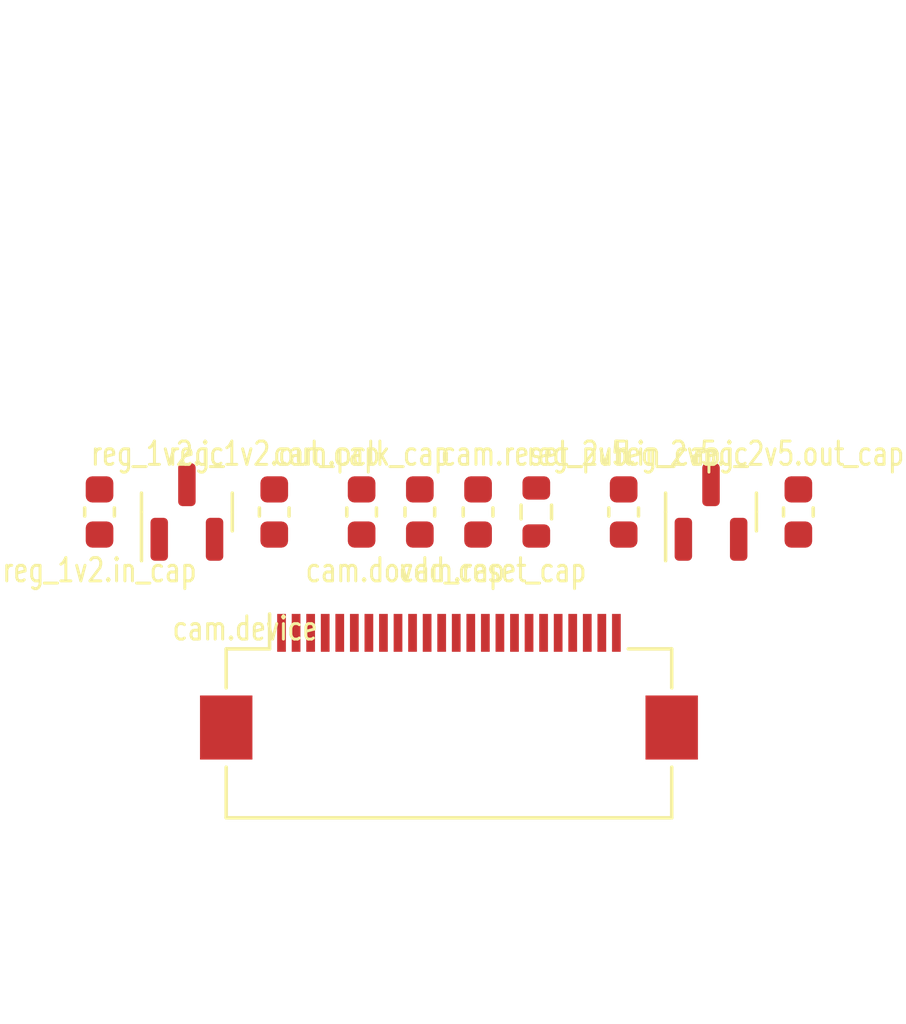
<source format=kicad_pcb>
(kicad_pcb (version 20221018) (generator pcbnew)
  (layers (0 "F.Cu" signal "Front") (31 "B.Cu" signal "Back") (34 "B.Paste" user) (35 "F.Paste" user) (36 "B.SilkS" user "B.Silkscreen") (37 "F.SilkS" user "F.Silkscreen") (38 "B.Mask" user) (39 "F.Mask" user) (44 "Edge.Cuts" user))
  (net 0 "")
  (net 1 "gnd")
  (net 2 "vbatt")
  (net 3 "i2c_chain_0.sda")
  (net 4 "v2v5")
  (net 5 "i2c_chain_0.scl")
  (net 6 "v1v2")
  (net 7 "cam.device.reset")
  (net 8 "v3v3")
  (net 9 "cam.dvp8.vsync")
  (net 10 "cam.dvp8.href")
  (net 11 "cam.dvp8.y7")
  (net 12 "cam.dvp8.xclk")
  (net 13 "cam.dvp8.y6")
  (net 14 "cam.dvp8.y5")
  (net 15 "cam.dvp8.pclk")
  (net 16 "cam.dvp8.y4")
  (net 17 "cam.dvp8.y0")
  (net 18 "cam.dvp8.y3")
  (net 19 "cam.dvp8.y1")
  (net 20 "cam.dvp8.y2")
  (net 21 "cam.device.pins.1")
  (net 22 "cam.device.pins.2")
  (footprint "Capacitor_SMD:C_0603_1608Metric" (layer "F.Cu") (at 162 76 90)
    (fp_text reference "reg_2v5.out_cap" (at 2 0 180) (layer "F.SilkS") (effects (font (size 0.8 0.6) (thickness 0.1))))
    (fp_text value "")
    (fp_line (start -0.14058 -0.51) (end 0.14058 -0.51) (stroke (width 0.12)) (layer "F.SilkS"))
    (fp_line (start -0.14058 0.51) (end 0.14058 0.51) (stroke (width 0.12)) (layer "F.SilkS"))
    (pad "1" smd roundrect (at -0.775 0 90) (size 0.9 0.95) (layers "F.Cu" "F.Paste" "F.Mask") (net 4 "v2v5"))
    (pad "2" smd roundrect (at 0.775 0 90) (size 0.9 0.95) (layers "F.Cu" "F.Paste" "F.Mask") (net 1 "gnd"))
  )
  (footprint "Capacitor_SMD:C_0603_1608Metric" (layer "F.Cu") (at 151 76 90)
    (fp_text reference "cam.reset_cap" (at -2 0.5) (layer "F.SilkS") (effects (font (size 0.8 0.6) (thickness 0.1))))
    (fp_text value "")
    (fp_line (start -0.14058 -0.51) (end 0.14058 -0.51) (stroke (width 0.12)) (layer "F.SilkS"))
    (fp_line (start -0.14058 0.51) (end 0.14058 0.51) (stroke (width 0.12)) (layer "F.SilkS"))
    (pad "1" smd roundrect (at -0.775 0 90) (size 0.9 0.95) (layers "F.Cu" "F.Paste" "F.Mask") (net 7 "cam.device.reset"))
    (pad "2" smd roundrect (at 0.775 0 90) (size 0.9 0.95) (layers "F.Cu" "F.Paste" "F.Mask") (net 1 "gnd"))
  )
  (footprint "Capacitor_SMD:C_0603_1608Metric" (layer "F.Cu") (at 156 76 -90)
    (fp_text reference "reg_2v5.in_cap" (at -2 0 -180) (layer "F.SilkS") (effects (font (size 0.8 0.6) (thickness 0.1))))
    (fp_text value "")
    (fp_line (start -0.14058 -0.51) (end 0.14058 -0.51) (stroke (width 0.12)) (layer "F.SilkS"))
    (fp_line (start -0.14058 0.51) (end 0.14058 0.51) (stroke (width 0.12)) (layer "F.SilkS"))
    (pad "1" smd roundrect (at -0.775 0 270) (size 0.9 0.95) (layers "F.Cu" "F.Paste" "F.Mask") (net 2 "vbatt"))
    (pad "2" smd roundrect (at 0.775 0 270) (size 0.9 0.95) (layers "F.Cu" "F.Paste" "F.Mask") (net 1 "gnd"))
  )
  (footprint "Capacitor_SMD:C_0603_1608Metric" (layer "F.Cu") (at 138 76 -90)
    (fp_text reference "reg_1v2.in_cap" (at 2 0) (layer "F.SilkS") (effects (font (size 0.8 0.6) (thickness 0.1))))
    (fp_text value "")
    (fp_line (start -0.14058 -0.51) (end 0.14058 -0.51) (stroke (width 0.12)) (layer "F.SilkS"))
    (fp_line (start -0.14058 0.51) (end 0.14058 0.51) (stroke (width 0.12)) (layer "F.SilkS"))
    (pad "1" smd roundrect (at -0.775 0 270) (size 0.9 0.95) (layers "F.Cu" "F.Paste" "F.Mask") (net 2 "vbatt"))
    (pad "2" smd roundrect (at 0.775 0 270) (size 0.9 0.95) (layers "F.Cu" "F.Paste" "F.Mask") (net 1 "gnd"))
  )
  (footprint "Capacitor_SMD:C_0603_1608Metric" (layer "F.Cu") (at 147 76 90)
    (fp_text reference "cam.pclk_cap" (at 2 0) (layer "F.SilkS") (effects (font (size 0.8 0.6) (thickness 0.1))))
    (fp_text value "")
    (fp_line (start -0.14058 -0.51) (end 0.14058 -0.51) (stroke (width 0.12)) (layer "F.SilkS"))
    (fp_line (start -0.14058 0.51) (end 0.14058 0.51) (stroke (width 0.12)) (layer "F.SilkS"))
    (pad "1" smd roundrect (at -0.775 0 90) (size 0.9 0.95) (layers "F.Cu" "F.Paste" "F.Mask") (net 15 "cam.dvp8.pclk"))
    (pad "2" smd roundrect (at 0.775 0 90) (size 0.9 0.95) (layers "F.Cu" "F.Paste" "F.Mask") (net 1 "gnd"))
  )
  (footprint "Capacitor_SMD:C_0603_1608Metric" (layer "F.Cu") (at 144 76 90)
    (fp_text reference "reg_1v2.out_cap" (at 2 0 180) (layer "F.SilkS") (effects (font (size 0.8 0.6) (thickness 0.1))))
    (fp_text value "")
    (fp_line (start -0.14058 -0.51) (end 0.14058 -0.51) (stroke (width 0.12)) (layer "F.SilkS"))
    (fp_line (start -0.14058 0.51) (end 0.14058 0.51) (stroke (width 0.12)) (layer "F.SilkS"))
    (pad "1" smd roundrect (at -0.775 0 90) (size 0.9 0.95) (layers "F.Cu" "F.Paste" "F.Mask") (net 6 "v1v2"))
    (pad "2" smd roundrect (at 0.775 0 90) (size 0.9 0.95) (layers "F.Cu" "F.Paste" "F.Mask") (net 1 "gnd"))
  )
  (footprint "Connector_FFC-FPC:Hirose_FH12-24S-0.5SH_1x24-1MP_P0.50mm_Horizontal" (layer "F.Cu") (at 150 82)
    (fp_text reference "cam.device" (at -7 -2) (layer "F.SilkS") (effects (font (size 0.8 0.6) (thickness 0.1))))
    (fp_text value "AFC01-S24FCA-00 (Jushuo)")
    (fp_line (start -7.65 -1.3) (end -7.65 0.04) (stroke (width 0.12)) (layer "F.SilkS"))
    (fp_line (start -7.65 2.76) (end -7.65 4.5) (stroke (width 0.12)) (layer "F.SilkS"))
    (fp_line (start -7.65 4.5) (end 7.65 4.5) (stroke (width 0.12)) (layer "F.SilkS"))
    (fp_line (start -6.16 -1.3) (end -7.65 -1.3) (stroke (width 0.12)) (layer "F.SilkS"))
    (fp_line (start -6.16 -1.3) (end -6.16 -2.5) (stroke (width 0.12)) (layer "F.SilkS"))
    (fp_line (start 6.16 -1.3) (end 7.65 -1.3) (stroke (width 0.12)) (layer "F.SilkS"))
    (fp_line (start 7.65 -1.3) (end 7.65 0.04) (stroke (width 0.12)) (layer "F.SilkS"))
    (fp_line (start 7.65 4.5) (end 7.65 2.76) (stroke (width 0.12)) (layer "F.SilkS"))
    (pad "1" smd rect (at -5.75 -1.85) (size 0.3 1.3) (layers "F.Cu" "F.Paste" "F.Mask") (net 21 "cam.device.pins.1"))
    (pad "2" smd rect (at -5.25 -1.85) (size 0.3 1.3) (layers "F.Cu" "F.Paste" "F.Mask") (net 22 "cam.device.pins.2"))
    (pad "3" smd rect (at -4.75 -1.85) (size 0.3 1.3) (layers "F.Cu" "F.Paste" "F.Mask") (net 20 "cam.dvp8.y2"))
    (pad "4" smd rect (at -4.25 -1.85) (size 0.3 1.3) (layers "F.Cu" "F.Paste" "F.Mask") (net 19 "cam.dvp8.y1"))
    (pad "5" smd rect (at -3.75 -1.85) (size 0.3 1.3) (layers "F.Cu" "F.Paste" "F.Mask") (net 18 "cam.dvp8.y3"))
    (pad "6" smd rect (at -3.25 -1.85) (size 0.3 1.3) (layers "F.Cu" "F.Paste" "F.Mask") (net 17 "cam.dvp8.y0"))
    (pad "7" smd rect (at -2.75 -1.85) (size 0.3 1.3) (layers "F.Cu" "F.Paste" "F.Mask") (net 16 "cam.dvp8.y4"))
    (pad "8" smd rect (at -2.25 -1.85) (size 0.3 1.3) (layers "F.Cu" "F.Paste" "F.Mask") (net 15 "cam.dvp8.pclk"))
    (pad "9" smd rect (at -1.75 -1.85) (size 0.3 1.3) (layers "F.Cu" "F.Paste" "F.Mask") (net 14 "cam.dvp8.y5"))
    (pad "10" smd rect (at -1.25 -1.85) (size 0.3 1.3) (layers "F.Cu" "F.Paste" "F.Mask") (net 1 "gnd"))
    (pad "11" smd rect (at -0.75 -1.85) (size 0.3 1.3) (layers "F.Cu" "F.Paste" "F.Mask") (net 13 "cam.dvp8.y6"))
    (pad "12" smd rect (at -0.25 -1.85) (size 0.3 1.3) (layers "F.Cu" "F.Paste" "F.Mask") (net 12 "cam.dvp8.xclk"))
    (pad "13" smd rect (at 0.25 -1.85) (size 0.3 1.3) (layers "F.Cu" "F.Paste" "F.Mask") (net 11 "cam.dvp8.y7"))
    (pad "14" smd rect (at 0.75 -1.85) (size 0.3 1.3) (layers "F.Cu" "F.Paste" "F.Mask") (net 8 "v3v3"))
    (pad "15" smd rect (at 1.25 -1.85) (size 0.3 1.3) (layers "F.Cu" "F.Paste" "F.Mask") (net 6 "v1v2"))
    (pad "16" smd rect (at 1.75 -1.85) (size 0.3 1.3) (layers "F.Cu" "F.Paste" "F.Mask") (net 10 "cam.dvp8.href"))
    (pad "17" smd rect (at 2.25 -1.85) (size 0.3 1.3) (layers "F.Cu" "F.Paste" "F.Mask") (net 1 "gnd"))
    (pad "18" smd rect (at 2.75 -1.85) (size 0.3 1.3) (layers "F.Cu" "F.Paste" "F.Mask") (net 9 "cam.dvp8.vsync"))
    (pad "19" smd rect (at 3.25 -1.85) (size 0.3 1.3) (layers "F.Cu" "F.Paste" "F.Mask") (net 7 "cam.device.reset"))
    (pad "20" smd rect (at 3.75 -1.85) (size 0.3 1.3) (layers "F.Cu" "F.Paste" "F.Mask") (net 5 "i2c_chain_0.scl"))
    (pad "21" smd rect (at 4.25 -1.85) (size 0.3 1.3) (layers "F.Cu" "F.Paste" "F.Mask") (net 4 "v2v5"))
    (pad "22" smd rect (at 4.75 -1.85) (size 0.3 1.3) (layers "F.Cu" "F.Paste" "F.Mask") (net 3 "i2c_chain_0.sda"))
    (pad "23" smd rect (at 5.25 -1.85) (size 0.3 1.3) (layers "F.Cu" "F.Paste" "F.Mask") (net 1 "gnd"))
    (pad "24" smd rect (at 5.75 -1.85) (size 0.3 1.3) (layers "F.Cu" "F.Paste" "F.Mask"))
    (pad "MP" smd rect (at -7.65 1.4) (size 1.8 2.2) (layers "F.Cu" "F.Paste" "F.Mask"))
    (pad "MP" smd rect (at 7.65 1.4) (size 1.8 2.2) (layers "F.Cu" "F.Paste" "F.Mask"))
  )
  (footprint "Resistor_SMD:R_0603_1608Metric" (layer "F.Cu") (at 153 76 -90)
    (fp_text reference "cam.reset_pull" (at -2 0) (layer "F.SilkS") (effects (font (size 0.8 0.6) (thickness 0.1))))
    (fp_text value "")
    (fp_line (start -0.237258 -0.5225) (end 0.237258 -0.5225) (stroke (width 0.12)) (layer "F.SilkS"))
    (fp_line (start -0.237258 0.5225) (end 0.237258 0.5225) (stroke (width 0.12)) (layer "F.SilkS"))
    (pad "1" smd roundrect (at -0.825 0 270) (size 0.8 0.95) (layers "F.Cu" "F.Paste" "F.Mask") (net 8 "v3v3"))
    (pad "2" smd roundrect (at 0.825 0 270) (size 0.8 0.95) (layers "F.Cu" "F.Paste" "F.Mask") (net 7 "cam.device.reset"))
  )
  (footprint "Package_TO_SOT_SMD:SOT-23" (layer "F.Cu") (at 141 76 90)
    (fp_text reference "reg_1v2.ic" (at 2 -1 180) (layer "F.SilkS") (effects (font (size 0.8 0.6) (thickness 0.1))))
    (fp_text value "XC6206P122MR-G (Torex Semiconductor Ltd)")
    (fp_line (start 0 -1.56) (end -1.675 -1.56) (stroke (width 0.12)) (layer "F.SilkS"))
    (fp_line (start 0 -1.56) (end 0.65 -1.56) (stroke (width 0.12)) (layer "F.SilkS"))
    (fp_line (start 0 1.56) (end -0.65 1.56) (stroke (width 0.12)) (layer "F.SilkS"))
    (fp_line (start 0 1.56) (end 0.65 1.56) (stroke (width 0.12)) (layer "F.SilkS"))
    (pad "1" smd roundrect (at -0.9375 -0.95 90) (size 1.475 0.6) (layers "F.Cu" "F.Paste" "F.Mask") (net 1 "gnd"))
    (pad "2" smd roundrect (at -0.9375 0.95 90) (size 1.475 0.6) (layers "F.Cu" "F.Paste" "F.Mask") (net 6 "v1v2"))
    (pad "3" smd roundrect (at 0.9375 0 90) (size 1.475 0.6) (layers "F.Cu" "F.Paste" "F.Mask") (net 2 "vbatt"))
  )
  (footprint "Package_TO_SOT_SMD:SOT-23" (layer "F.Cu") (at 159 76 90)
    (fp_text reference "reg_2v5.ic" (at 2 -1 180) (layer "F.SilkS") (effects (font (size 0.8 0.6) (thickness 0.1))))
    (fp_text value "XC6206P252MR (Torex Semiconductor Ltd)")
    (fp_line (start 0 -1.56) (end -1.675 -1.56) (stroke (width 0.12)) (layer "F.SilkS"))
    (fp_line (start 0 -1.56) (end 0.65 -1.56) (stroke (width 0.12)) (layer "F.SilkS"))
    (fp_line (start 0 1.56) (end -0.65 1.56) (stroke (width 0.12)) (layer "F.SilkS"))
    (fp_line (start 0 1.56) (end 0.65 1.56) (stroke (width 0.12)) (layer "F.SilkS"))
    (pad "1" smd roundrect (at -0.9375 -0.95 90) (size 1.475 0.6) (layers "F.Cu" "F.Paste" "F.Mask") (net 1 "gnd"))
    (pad "2" smd roundrect (at -0.9375 0.95 90) (size 1.475 0.6) (layers "F.Cu" "F.Paste" "F.Mask") (net 4 "v2v5"))
    (pad "3" smd roundrect (at 0.9375 0 90) (size 1.475 0.6) (layers "F.Cu" "F.Paste" "F.Mask") (net 2 "vbatt"))
  )
  (footprint "Capacitor_SMD:C_0603_1608Metric" (layer "F.Cu") (at 149 76 90)
    (fp_text reference "cam.dovdd_cap" (at -2 -0.5) (layer "F.SilkS") (effects (font (size 0.8 0.6) (thickness 0.1))))
    (fp_text value "")
    (fp_line (start -0.14058 -0.51) (end 0.14058 -0.51) (stroke (width 0.12)) (layer "F.SilkS"))
    (fp_line (start -0.14058 0.51) (end 0.14058 0.51) (stroke (width 0.12)) (layer "F.SilkS"))
    (pad "1" smd roundrect (at -0.775 0 90) (size 0.9 0.95) (layers "F.Cu" "F.Paste" "F.Mask") (net 8 "v3v3"))
    (pad "2" smd roundrect (at 0.775 0 90) (size 0.9 0.95) (layers "F.Cu" "F.Paste" "F.Mask") (net 1 "gnd"))
  )
)
</source>
